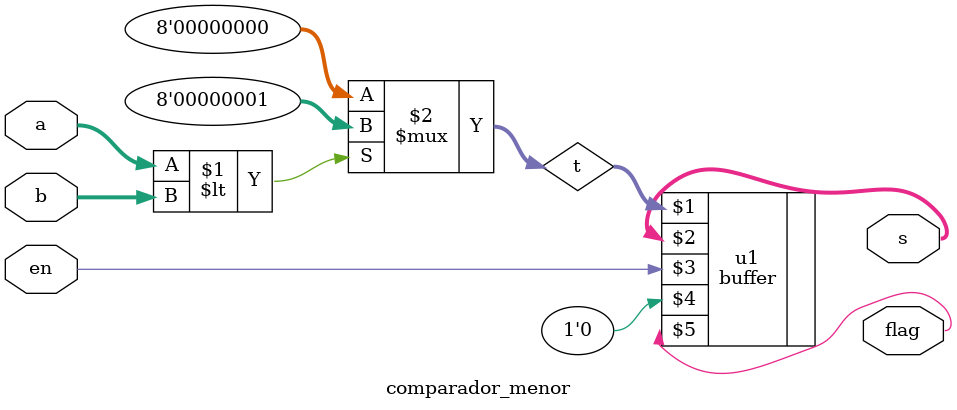
<source format=v>
module comparador_menor (a, b, s, en, flag);
    input [7:0] a, b;
    input en;
    output [7:0] s;
    wire [7:0] t;
    output flag;

    assign t = (a < b) ? 8'b00000001 : 8'b00000000;

    buffer u1(t, s, en, 1'b0, flag);
endmodule
</source>
